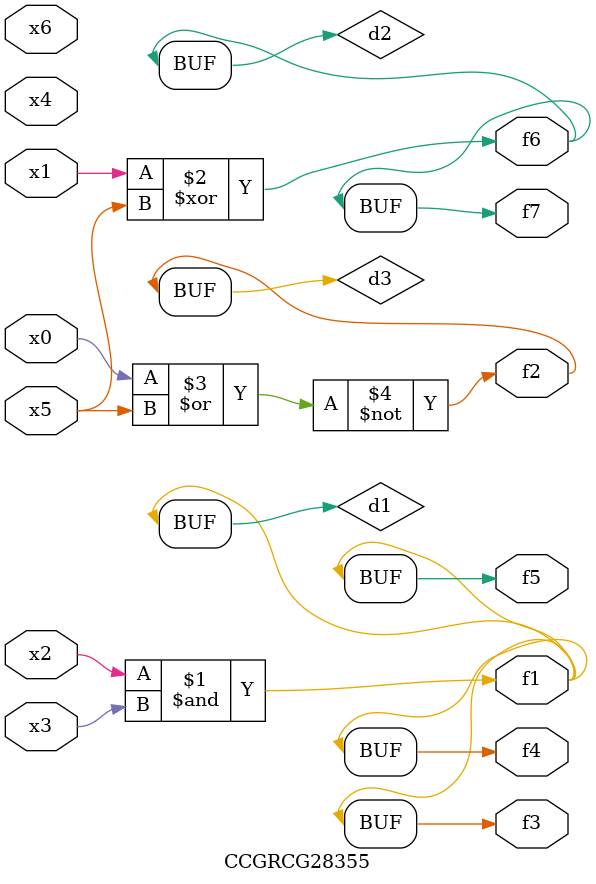
<source format=v>
module CCGRCG28355(
	input x0, x1, x2, x3, x4, x5, x6,
	output f1, f2, f3, f4, f5, f6, f7
);

	wire d1, d2, d3;

	and (d1, x2, x3);
	xor (d2, x1, x5);
	nor (d3, x0, x5);
	assign f1 = d1;
	assign f2 = d3;
	assign f3 = d1;
	assign f4 = d1;
	assign f5 = d1;
	assign f6 = d2;
	assign f7 = d2;
endmodule

</source>
